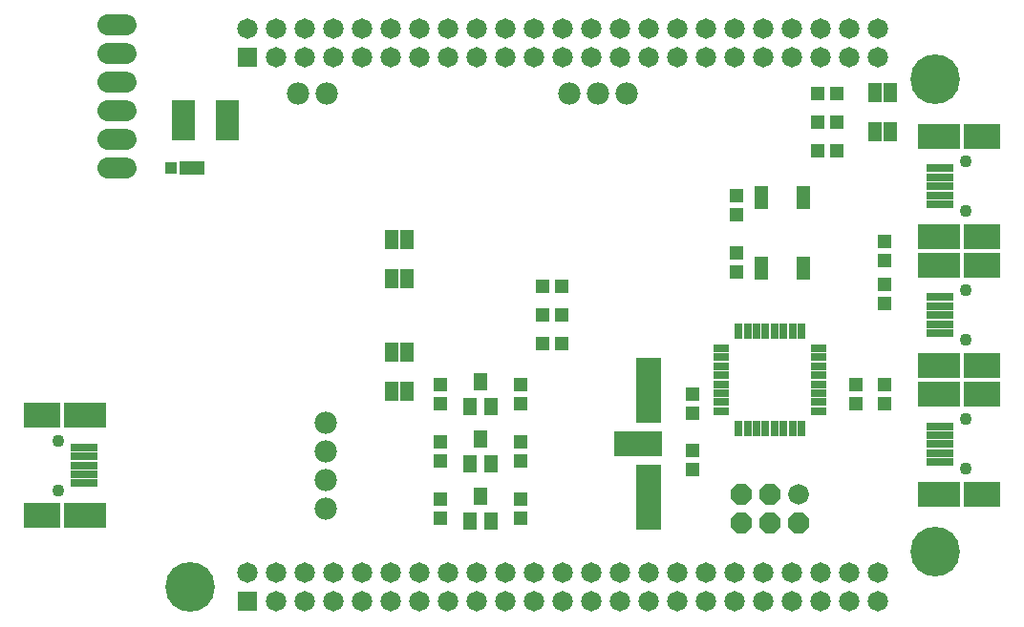
<source format=gts>
G75*
G70*
%OFA0B0*%
%FSLAX24Y24*%
%IPPOS*%
%LPD*%
%AMOC8*
5,1,8,0,0,1.08239X$1,22.5*
%
%ADD10R,0.0580X0.0300*%
%ADD11R,0.0300X0.0580*%
%ADD12R,0.0513X0.0789*%
%ADD13R,0.0513X0.0474*%
%ADD14R,0.0474X0.0513*%
%ADD15R,0.0907X0.2285*%
%ADD16R,0.1655X0.0907*%
%ADD17C,0.0720*%
%ADD18OC8,0.0720*%
%ADD19R,0.1261X0.0887*%
%ADD20R,0.1458X0.0887*%
%ADD21C,0.0434*%
%ADD22R,0.0966X0.0277*%
%ADD23C,0.0720*%
%ADD24R,0.0474X0.0631*%
%ADD25R,0.0828X0.1419*%
%ADD26R,0.0867X0.0513*%
%ADD27R,0.0395X0.0395*%
%ADD28R,0.0714X0.0714*%
%ADD29C,0.0714*%
%ADD30C,0.1730*%
%ADD31R,0.0474X0.0671*%
%ADD32C,0.0780*%
D10*
X026497Y009585D03*
X026497Y009900D03*
X026497Y010215D03*
X026497Y010530D03*
X026497Y010845D03*
X026497Y011160D03*
X026497Y011474D03*
X026497Y011789D03*
X029877Y011789D03*
X029877Y011474D03*
X029877Y011160D03*
X029877Y010845D03*
X029877Y010530D03*
X029877Y010215D03*
X029877Y009900D03*
X029877Y009585D03*
D11*
X029289Y008997D03*
X028974Y008997D03*
X028660Y008997D03*
X028345Y008997D03*
X028030Y008997D03*
X027715Y008997D03*
X027400Y008997D03*
X027085Y008997D03*
X027085Y012377D03*
X027400Y012377D03*
X027715Y012377D03*
X028030Y012377D03*
X028345Y012377D03*
X028660Y012377D03*
X028974Y012377D03*
X029289Y012377D03*
D12*
X029344Y014596D03*
X027887Y014596D03*
X027887Y017037D03*
X029344Y017037D03*
D13*
X027027Y017122D03*
X027027Y016452D03*
X032187Y015522D03*
X032187Y014852D03*
X032187Y014022D03*
X032187Y013352D03*
X032187Y010522D03*
X032187Y009852D03*
X019487Y009852D03*
X019487Y010522D03*
X019487Y008522D03*
X019487Y007852D03*
X019487Y006522D03*
X019487Y005852D03*
X016687Y005852D03*
X016687Y006522D03*
X016687Y007852D03*
X016687Y008522D03*
X016687Y009852D03*
X016687Y010522D03*
D14*
X020232Y011937D03*
X020902Y011937D03*
X020902Y012937D03*
X020232Y012937D03*
X020232Y013937D03*
X020902Y013937D03*
X025467Y010182D03*
X025467Y009512D03*
X025467Y008222D03*
X025467Y007552D03*
X031187Y009852D03*
X031187Y010522D03*
X027027Y014452D03*
X027027Y015122D03*
X029852Y018687D03*
X030522Y018687D03*
X030522Y019687D03*
X029852Y019687D03*
X029852Y020687D03*
X030522Y020687D03*
D15*
X023961Y010309D03*
X023961Y006569D03*
D16*
X023587Y008439D03*
D17*
X029187Y006687D03*
D18*
X028187Y006687D03*
X027187Y006687D03*
X027187Y005687D03*
X028187Y005687D03*
X029187Y005687D03*
D19*
X035573Y006693D03*
X035573Y010177D03*
X035573Y011197D03*
X035573Y014681D03*
X035573Y015697D03*
X035573Y019181D03*
X002797Y009439D03*
X002797Y005955D03*
D20*
X004274Y005955D03*
X004274Y009439D03*
X034097Y010177D03*
X034097Y011197D03*
X034097Y014681D03*
X034097Y015697D03*
X034097Y019181D03*
X034097Y006693D03*
D21*
X035022Y007569D03*
X035022Y009301D03*
X035022Y012073D03*
X035022Y013805D03*
X035022Y016573D03*
X035022Y018305D03*
X003349Y008563D03*
X003349Y006831D03*
D22*
X004264Y007067D03*
X004264Y007382D03*
X004264Y007697D03*
X004264Y008012D03*
X004264Y008327D03*
X034106Y008435D03*
X034106Y008120D03*
X034106Y007805D03*
X034106Y008750D03*
X034106Y009065D03*
X034106Y012309D03*
X034106Y012624D03*
X034106Y012939D03*
X034106Y013254D03*
X034106Y013569D03*
X034106Y016809D03*
X034106Y017124D03*
X034106Y017439D03*
X034106Y017754D03*
X034106Y018069D03*
D23*
X005707Y018087D02*
X005067Y018087D01*
X005067Y019087D02*
X005707Y019087D01*
X005707Y020087D02*
X005067Y020087D01*
X005067Y021087D02*
X005707Y021087D01*
X005707Y022087D02*
X005067Y022087D01*
X005067Y023087D02*
X005707Y023087D01*
D24*
X018087Y010620D03*
X017713Y009754D03*
X018461Y009754D03*
X018087Y008620D03*
X017713Y007754D03*
X018461Y007754D03*
X018087Y006620D03*
X017713Y005754D03*
X018461Y005754D03*
D25*
X009245Y019757D03*
X007709Y019757D03*
D26*
X008017Y018077D03*
D27*
X007269Y018077D03*
D28*
X009937Y021937D03*
X009937Y002937D03*
D29*
X010937Y002937D03*
X011937Y002937D03*
X012937Y002937D03*
X013937Y002937D03*
X014937Y002937D03*
X015937Y002937D03*
X016937Y002937D03*
X017937Y002937D03*
X018937Y002937D03*
X019937Y002937D03*
X020937Y002937D03*
X021937Y002937D03*
X022937Y002937D03*
X023937Y002937D03*
X024937Y002937D03*
X025937Y002937D03*
X026937Y002937D03*
X027937Y002937D03*
X028937Y002937D03*
X029937Y002937D03*
X030937Y002937D03*
X031937Y002937D03*
X031937Y003937D03*
X030937Y003937D03*
X029937Y003937D03*
X028937Y003937D03*
X027937Y003937D03*
X026937Y003937D03*
X025937Y003937D03*
X024937Y003937D03*
X023937Y003937D03*
X022937Y003937D03*
X021937Y003937D03*
X020937Y003937D03*
X019937Y003937D03*
X018937Y003937D03*
X017937Y003937D03*
X016937Y003937D03*
X015937Y003937D03*
X014937Y003937D03*
X013937Y003937D03*
X012937Y003937D03*
X011937Y003937D03*
X010937Y003937D03*
X009937Y003937D03*
X010937Y021937D03*
X011937Y021937D03*
X012937Y021937D03*
X013937Y021937D03*
X014937Y021937D03*
X015937Y021937D03*
X016937Y021937D03*
X017937Y021937D03*
X018937Y021937D03*
X019937Y021937D03*
X020937Y021937D03*
X021937Y021937D03*
X022937Y021937D03*
X023937Y021937D03*
X024937Y021937D03*
X025937Y021937D03*
X026937Y021937D03*
X027937Y021937D03*
X028937Y021937D03*
X029937Y021937D03*
X030937Y021937D03*
X031937Y021937D03*
X031937Y022937D03*
X030937Y022937D03*
X029937Y022937D03*
X028937Y022937D03*
X027937Y022937D03*
X026937Y022937D03*
X025937Y022937D03*
X024937Y022937D03*
X023937Y022937D03*
X022937Y022937D03*
X021937Y022937D03*
X020937Y022937D03*
X019937Y022937D03*
X018937Y022937D03*
X017937Y022937D03*
X016937Y022937D03*
X015937Y022937D03*
X014937Y022937D03*
X013937Y022937D03*
X012937Y022937D03*
X011937Y022937D03*
X010937Y022937D03*
X009937Y022937D03*
D30*
X007937Y003437D03*
X033937Y004687D03*
X033937Y021187D03*
D31*
X032384Y020713D03*
X031833Y020713D03*
X031833Y019335D03*
X032384Y019335D03*
X015526Y015595D03*
X014974Y015595D03*
X014974Y014217D03*
X015526Y014217D03*
X015526Y011658D03*
X014974Y011658D03*
X014974Y010280D03*
X015526Y010280D03*
D32*
X012687Y009187D03*
X012687Y008187D03*
X012687Y007187D03*
X012687Y006187D03*
X012723Y020687D03*
X011723Y020687D03*
X021187Y020687D03*
X022187Y020687D03*
X023187Y020687D03*
M02*

</source>
